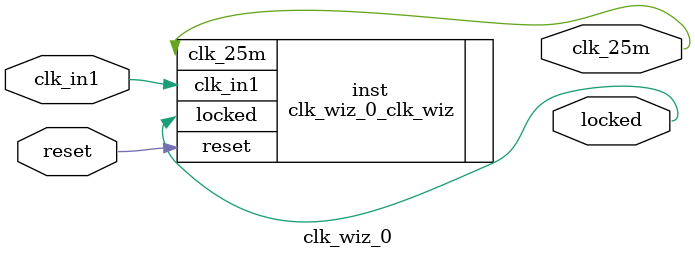
<source format=v>


`timescale 1ps/1ps

(* CORE_GENERATION_INFO = "clk_wiz_0,clk_wiz_v6_0_4_0_0,{component_name=clk_wiz_0,use_phase_alignment=true,use_min_o_jitter=false,use_max_i_jitter=false,use_dyn_phase_shift=false,use_inclk_switchover=false,use_dyn_reconfig=false,enable_axi=0,feedback_source=FDBK_AUTO,PRIMITIVE=MMCM,num_out_clk=1,clkin1_period=10.000,clkin2_period=10.000,use_power_down=false,use_reset=true,use_locked=true,use_inclk_stopped=false,feedback_type=SINGLE,CLOCK_MGR_TYPE=NA,manual_override=false}" *)

module clk_wiz_0 
 (
  // Clock out ports
  output        clk_25m,
  // Status and control signals
  input         reset,
  output        locked,
 // Clock in ports
  input         clk_in1
 );

  clk_wiz_0_clk_wiz inst
  (
  // Clock out ports  
  .clk_25m(clk_25m),
  // Status and control signals               
  .reset(reset), 
  .locked(locked),
 // Clock in ports
  .clk_in1(clk_in1)
  );

endmodule

</source>
